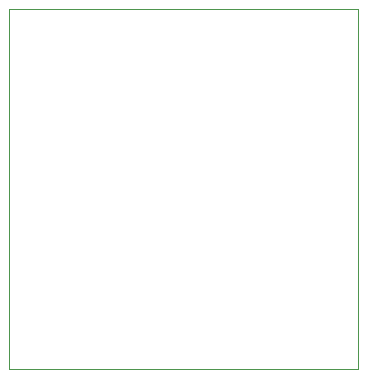
<source format=gbr>
G04 #@! TF.GenerationSoftware,KiCad,Pcbnew,(6.99.0-1917-g23fb4c7433)*
G04 #@! TF.CreationDate,2022-06-18T14:57:07+10:00*
G04 #@! TF.ProjectId,JtagArm20Adapter,4a746167-4172-46d3-9230-416461707465,rev?*
G04 #@! TF.SameCoordinates,PX8404630PY68290a0*
G04 #@! TF.FileFunction,Paste,Bot*
G04 #@! TF.FilePolarity,Positive*
%FSLAX46Y46*%
G04 Gerber Fmt 4.6, Leading zero omitted, Abs format (unit mm)*
G04 Created by KiCad (PCBNEW (6.99.0-1917-g23fb4c7433)) date 2022-06-18 14:57:07*
%MOMM*%
%LPD*%
G01*
G04 APERTURE LIST*
G04 #@! TA.AperFunction,Profile*
%ADD10C,0.050000*%
G04 #@! TD*
G04 APERTURE END LIST*
D10*
X0Y0D02*
X0Y30480000D01*
X29570000Y30480000D02*
X29570000Y0D01*
X0Y30480000D02*
X29570000Y30480000D01*
X29570000Y0D02*
X0Y0D01*
M02*

</source>
